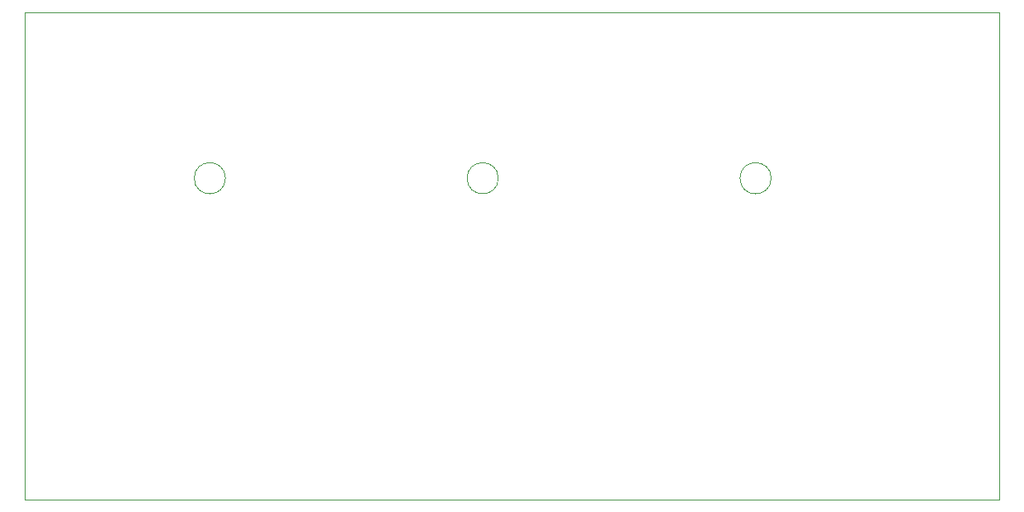
<source format=gbr>
G04 #@! TF.GenerationSoftware,KiCad,Pcbnew,(5.1.2)-2*
G04 #@! TF.CreationDate,2020-07-13T20:40:23+01:00*
G04 #@! TF.ProjectId,INV_Board,494e565f-426f-4617-9264-2e6b69636164,rev?*
G04 #@! TF.SameCoordinates,Original*
G04 #@! TF.FileFunction,Profile,NP*
%FSLAX46Y46*%
G04 Gerber Fmt 4.6, Leading zero omitted, Abs format (unit mm)*
G04 Created by KiCad (PCBNEW (5.1.2)-2) date 2020-07-13 20:40:23*
%MOMM*%
%LPD*%
G04 APERTURE LIST*
%ADD10C,0.050000*%
G04 APERTURE END LIST*
D10*
X116600000Y-45000000D02*
G75*
G03X116600000Y-45000000I-1600000J0D01*
G01*
X88600000Y-45000000D02*
G75*
G03X88600000Y-45000000I-1600000J0D01*
G01*
X60600000Y-45000000D02*
G75*
G03X60600000Y-45000000I-1600000J0D01*
G01*
X40000000Y-78000000D02*
X40000000Y-28000000D01*
X140000000Y-78000000D02*
X40000000Y-78000000D01*
X140000000Y-28000000D02*
X140000000Y-78000000D01*
X40000000Y-28000000D02*
X140000000Y-28000000D01*
M02*

</source>
